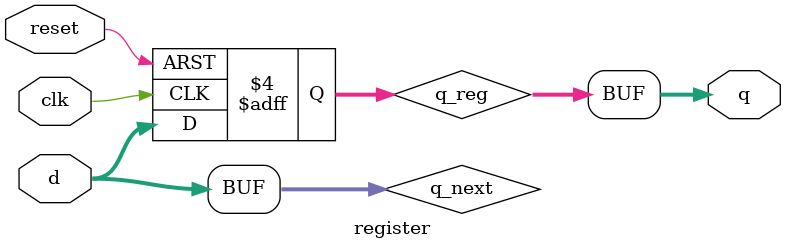
<source format=v>
module register (
    input wire reset,
    input wire clk,
    input wire [6:0] d,
    output reg [6:0] q
);

//signal declaration
reg [6:0] q_next;
reg [6:0] q_reg;

//memory 
always @ (posedge reset, posedge clk)
    begin
        if (reset)
            q_reg <= 7'b0000_000;
        else 
            q_reg <= q_next;

    end

//next state logic
always @ (*)
    begin
        q_next <= d;
    end


//output logic
always @ (*)
    begin
        q <= q_reg;
    end


endmodule
</source>
